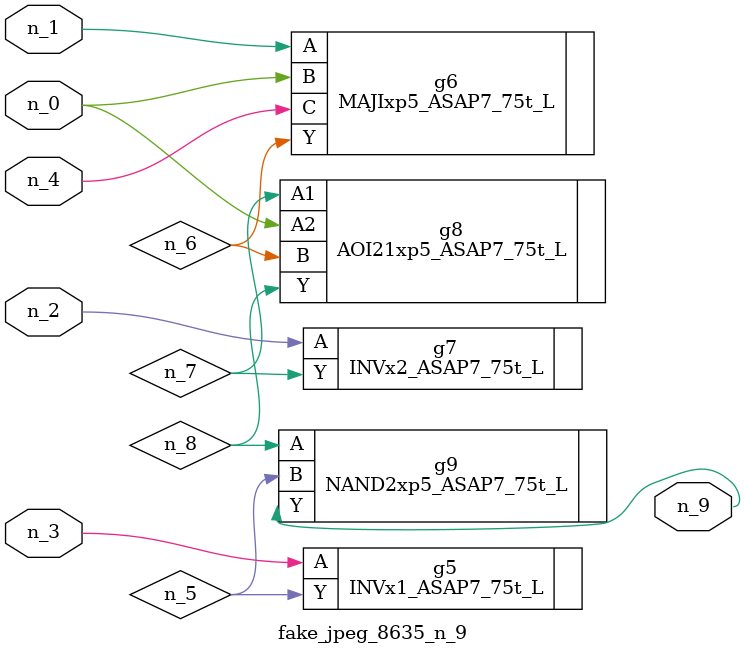
<source format=v>
module fake_jpeg_8635_n_9 (n_3, n_2, n_1, n_0, n_4, n_9);

input n_3;
input n_2;
input n_1;
input n_0;
input n_4;

output n_9;

wire n_8;
wire n_6;
wire n_5;
wire n_7;

INVx1_ASAP7_75t_L g5 ( 
.A(n_3),
.Y(n_5)
);

MAJIxp5_ASAP7_75t_L g6 ( 
.A(n_1),
.B(n_0),
.C(n_4),
.Y(n_6)
);

INVx2_ASAP7_75t_L g7 ( 
.A(n_2),
.Y(n_7)
);

AOI21xp5_ASAP7_75t_L g8 ( 
.A1(n_7),
.A2(n_0),
.B(n_6),
.Y(n_8)
);

NAND2xp5_ASAP7_75t_L g9 ( 
.A(n_8),
.B(n_5),
.Y(n_9)
);


endmodule
</source>
